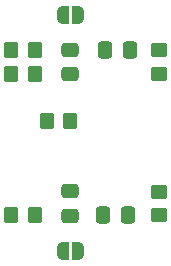
<source format=gbs>
%TF.GenerationSoftware,KiCad,Pcbnew,7.0.5*%
%TF.CreationDate,2024-03-20T19:06:25+01:00*%
%TF.ProjectId,anemometer,616e656d-6f6d-4657-9465-722e6b696361,rev?*%
%TF.SameCoordinates,Original*%
%TF.FileFunction,Soldermask,Bot*%
%TF.FilePolarity,Negative*%
%FSLAX46Y46*%
G04 Gerber Fmt 4.6, Leading zero omitted, Abs format (unit mm)*
G04 Created by KiCad (PCBNEW 7.0.5) date 2024-03-20 19:06:25*
%MOMM*%
%LPD*%
G01*
G04 APERTURE LIST*
G04 Aperture macros list*
%AMRoundRect*
0 Rectangle with rounded corners*
0 $1 Rounding radius*
0 $2 $3 $4 $5 $6 $7 $8 $9 X,Y pos of 4 corners*
0 Add a 4 corners polygon primitive as box body*
4,1,4,$2,$3,$4,$5,$6,$7,$8,$9,$2,$3,0*
0 Add four circle primitives for the rounded corners*
1,1,$1+$1,$2,$3*
1,1,$1+$1,$4,$5*
1,1,$1+$1,$6,$7*
1,1,$1+$1,$8,$9*
0 Add four rect primitives between the rounded corners*
20,1,$1+$1,$2,$3,$4,$5,0*
20,1,$1+$1,$4,$5,$6,$7,0*
20,1,$1+$1,$6,$7,$8,$9,0*
20,1,$1+$1,$8,$9,$2,$3,0*%
%AMFreePoly0*
4,1,19,0.500000,-0.750000,0.000000,-0.750000,0.000000,-0.744911,-0.071157,-0.744911,-0.207708,-0.704816,-0.327430,-0.627875,-0.420627,-0.520320,-0.479746,-0.390866,-0.500000,-0.250000,-0.500000,0.250000,-0.479746,0.390866,-0.420627,0.520320,-0.327430,0.627875,-0.207708,0.704816,-0.071157,0.744911,0.000000,0.744911,0.000000,0.750000,0.500000,0.750000,0.500000,-0.750000,0.500000,-0.750000,
$1*%
%AMFreePoly1*
4,1,19,0.000000,0.744911,0.071157,0.744911,0.207708,0.704816,0.327430,0.627875,0.420627,0.520320,0.479746,0.390866,0.500000,0.250000,0.500000,-0.250000,0.479746,-0.390866,0.420627,-0.520320,0.327430,-0.627875,0.207708,-0.704816,0.071157,-0.744911,0.000000,-0.744911,0.000000,-0.750000,-0.500000,-0.750000,-0.500000,0.750000,0.000000,0.750000,0.000000,0.744911,0.000000,0.744911,
$1*%
G04 Aperture macros list end*
%ADD10RoundRect,0.250000X0.475000X-0.337500X0.475000X0.337500X-0.475000X0.337500X-0.475000X-0.337500X0*%
%ADD11RoundRect,0.250000X0.450000X-0.350000X0.450000X0.350000X-0.450000X0.350000X-0.450000X-0.350000X0*%
%ADD12FreePoly0,0.000000*%
%ADD13FreePoly1,0.000000*%
%ADD14RoundRect,0.250000X0.350000X0.450000X-0.350000X0.450000X-0.350000X-0.450000X0.350000X-0.450000X0*%
%ADD15RoundRect,0.250000X0.337500X0.475000X-0.337500X0.475000X-0.337500X-0.475000X0.337500X-0.475000X0*%
%ADD16RoundRect,0.250000X-0.350000X-0.450000X0.350000X-0.450000X0.350000X0.450000X-0.350000X0.450000X0*%
%ADD17RoundRect,0.250000X-0.450000X0.350000X-0.450000X-0.350000X0.450000X-0.350000X0.450000X0.350000X0*%
%ADD18RoundRect,0.250000X-0.475000X0.337500X-0.475000X-0.337500X0.475000X-0.337500X0.475000X0.337500X0*%
G04 APERTURE END LIST*
D10*
%TO.C,C1*%
X96000000Y-99037500D03*
X96000000Y-96962500D03*
%TD*%
D11*
%TO.C,R7*%
X103500000Y-99000000D03*
X103500000Y-97000000D03*
%TD*%
D12*
%TO.C,EN_Filter1*%
X95350000Y-102000000D03*
D13*
X96650000Y-102000000D03*
%TD*%
D14*
%TO.C,R9*%
X93000000Y-85000000D03*
X91000000Y-85000000D03*
%TD*%
D15*
%TO.C,C2*%
X100887500Y-99000000D03*
X98812500Y-99000000D03*
%TD*%
D16*
%TO.C,R18*%
X91000000Y-87000000D03*
X93000000Y-87000000D03*
%TD*%
%TO.C,R17*%
X94000000Y-91000000D03*
X96000000Y-91000000D03*
%TD*%
D17*
%TO.C,R10*%
X103500000Y-85000000D03*
X103500000Y-87000000D03*
%TD*%
D18*
%TO.C,C3*%
X96000000Y-84962500D03*
X96000000Y-87037500D03*
%TD*%
D12*
%TO.C,EN_Filter2*%
X95350000Y-82000000D03*
D13*
X96650000Y-82000000D03*
%TD*%
D14*
%TO.C,R6*%
X93000000Y-99000000D03*
X91000000Y-99000000D03*
%TD*%
D15*
%TO.C,C4*%
X101037500Y-85000000D03*
X98962500Y-85000000D03*
%TD*%
M02*

</source>
